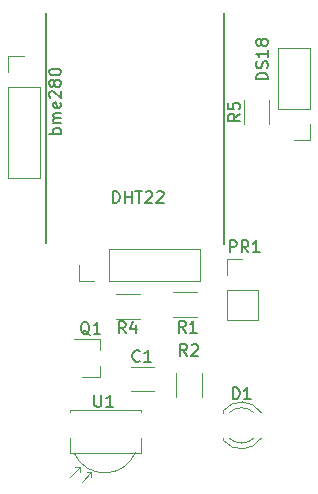
<source format=gto>
G04 #@! TF.FileFunction,Legend,Top*
%FSLAX46Y46*%
G04 Gerber Fmt 4.6, Leading zero omitted, Abs format (unit mm)*
G04 Created by KiCad (PCBNEW 4.0.7) date Sun Jul 15 15:38:45 2018*
%MOMM*%
%LPD*%
G01*
G04 APERTURE LIST*
%ADD10C,0.100000*%
%ADD11C,0.200000*%
%ADD12C,0.120000*%
%ADD13C,0.150000*%
G04 APERTURE END LIST*
D10*
D11*
X190944500Y-82169000D02*
X190944500Y-101727000D01*
X175831500Y-101663500D02*
X175831500Y-82169000D01*
D12*
X183023000Y-114177000D02*
X185023000Y-114177000D01*
X185023000Y-112137000D02*
X183023000Y-112137000D01*
X194077335Y-116015392D02*
G75*
G03X190845000Y-115858484I-1672335J-1078608D01*
G01*
X194077335Y-118172608D02*
G75*
G02X190845000Y-118329516I-1672335J1078608D01*
G01*
X193446130Y-116014163D02*
G75*
G03X191364039Y-116014000I-1041130J-1079837D01*
G01*
X193446130Y-118173837D02*
G75*
G02X191364039Y-118174000I-1041130J1079837D01*
G01*
X190845000Y-115858000D02*
X190845000Y-116014000D01*
X190845000Y-118174000D02*
X190845000Y-118330000D01*
X180401500Y-112959000D02*
X180401500Y-112029000D01*
X180401500Y-109799000D02*
X180401500Y-110729000D01*
X180401500Y-109799000D02*
X178241500Y-109799000D01*
X180401500Y-112959000D02*
X178941500Y-112959000D01*
X186642500Y-105800500D02*
X188642500Y-105800500D01*
X188642500Y-107940500D02*
X186642500Y-107940500D01*
X189030000Y-112665000D02*
X189030000Y-114665000D01*
X186890000Y-114665000D02*
X186890000Y-112665000D01*
X191138500Y-105600500D02*
X191138500Y-108200500D01*
X191138500Y-108200500D02*
X193798500Y-108200500D01*
X193798500Y-108200500D02*
X193798500Y-105600500D01*
X193798500Y-105600500D02*
X191138500Y-105600500D01*
X191138500Y-104330500D02*
X191138500Y-103000500D01*
X191138500Y-103000500D02*
X192468500Y-103000500D01*
X183816500Y-108067500D02*
X181816500Y-108067500D01*
X181816500Y-105927500D02*
X183816500Y-105927500D01*
X183881000Y-119394000D02*
X183881000Y-118194000D01*
X183881000Y-115794000D02*
X183881000Y-115994000D01*
X177881000Y-115794000D02*
X177881000Y-115994000D01*
X183881000Y-119394000D02*
X177881000Y-119394000D01*
X177881000Y-119394000D02*
X177881000Y-118194000D01*
X183881000Y-115794000D02*
X177881000Y-115794000D01*
X178701000Y-120644000D02*
X178301000Y-120644000D01*
X178701000Y-120644000D02*
X178701000Y-121044000D01*
X178701000Y-120644000D02*
X177901000Y-121444000D01*
X179701000Y-121044000D02*
X178901000Y-121844000D01*
X179701000Y-121044000D02*
X179701000Y-121444000D01*
X179701000Y-121044000D02*
X179301000Y-121044000D01*
X178243315Y-119445321D02*
G75*
G03X183421000Y-119394000I2577685J1151321D01*
G01*
X194745000Y-89551000D02*
X194745000Y-91551000D01*
X192605000Y-91551000D02*
X192605000Y-89551000D01*
X172660000Y-96135500D02*
X175320000Y-96135500D01*
X172660000Y-88455500D02*
X172660000Y-96135500D01*
X175320000Y-88455500D02*
X175320000Y-96135500D01*
X172660000Y-88455500D02*
X175320000Y-88455500D01*
X172660000Y-87185500D02*
X172660000Y-85855500D01*
X172660000Y-85855500D02*
X173990000Y-85855500D01*
X181229000Y-104835000D02*
X188909000Y-104835000D01*
X188909000Y-104835000D02*
X188909000Y-102175000D01*
X188909000Y-102175000D02*
X181229000Y-102175000D01*
X181229000Y-102175000D02*
X181229000Y-104835000D01*
X179959000Y-104835000D02*
X178629000Y-104835000D01*
X178629000Y-104835000D02*
X178629000Y-103505000D01*
X198180000Y-90297000D02*
X198180000Y-85157000D01*
X198180000Y-85157000D02*
X195520000Y-85157000D01*
X195520000Y-85157000D02*
X195520000Y-90297000D01*
X195520000Y-90297000D02*
X198180000Y-90297000D01*
X198180000Y-91567000D02*
X198180000Y-92897000D01*
X198180000Y-92897000D02*
X196850000Y-92897000D01*
D13*
X183792834Y-111609143D02*
X183745215Y-111656762D01*
X183602358Y-111704381D01*
X183507120Y-111704381D01*
X183364262Y-111656762D01*
X183269024Y-111561524D01*
X183221405Y-111466286D01*
X183173786Y-111275810D01*
X183173786Y-111132952D01*
X183221405Y-110942476D01*
X183269024Y-110847238D01*
X183364262Y-110752000D01*
X183507120Y-110704381D01*
X183602358Y-110704381D01*
X183745215Y-110752000D01*
X183792834Y-110799619D01*
X184745215Y-111704381D02*
X184173786Y-111704381D01*
X184459500Y-111704381D02*
X184459500Y-110704381D01*
X184364262Y-110847238D01*
X184269024Y-110942476D01*
X184173786Y-110990095D01*
X191666905Y-114879381D02*
X191666905Y-113879381D01*
X191905000Y-113879381D01*
X192047858Y-113927000D01*
X192143096Y-114022238D01*
X192190715Y-114117476D01*
X192238334Y-114307952D01*
X192238334Y-114450810D01*
X192190715Y-114641286D01*
X192143096Y-114736524D01*
X192047858Y-114831762D01*
X191905000Y-114879381D01*
X191666905Y-114879381D01*
X193190715Y-114879381D02*
X192619286Y-114879381D01*
X192905000Y-114879381D02*
X192905000Y-113879381D01*
X192809762Y-114022238D01*
X192714524Y-114117476D01*
X192619286Y-114165095D01*
X179546262Y-109426619D02*
X179451024Y-109379000D01*
X179355786Y-109283762D01*
X179212929Y-109140905D01*
X179117690Y-109093286D01*
X179022452Y-109093286D01*
X179070071Y-109331381D02*
X178974833Y-109283762D01*
X178879595Y-109188524D01*
X178831976Y-108998048D01*
X178831976Y-108664714D01*
X178879595Y-108474238D01*
X178974833Y-108379000D01*
X179070071Y-108331381D01*
X179260548Y-108331381D01*
X179355786Y-108379000D01*
X179451024Y-108474238D01*
X179498643Y-108664714D01*
X179498643Y-108998048D01*
X179451024Y-109188524D01*
X179355786Y-109283762D01*
X179260548Y-109331381D01*
X179070071Y-109331381D01*
X180451024Y-109331381D02*
X179879595Y-109331381D01*
X180165309Y-109331381D02*
X180165309Y-108331381D01*
X180070071Y-108474238D01*
X179974833Y-108569476D01*
X179879595Y-108617095D01*
X187666334Y-109227881D02*
X187333000Y-108751690D01*
X187094905Y-109227881D02*
X187094905Y-108227881D01*
X187475858Y-108227881D01*
X187571096Y-108275500D01*
X187618715Y-108323119D01*
X187666334Y-108418357D01*
X187666334Y-108561214D01*
X187618715Y-108656452D01*
X187571096Y-108704071D01*
X187475858Y-108751690D01*
X187094905Y-108751690D01*
X188618715Y-109227881D02*
X188047286Y-109227881D01*
X188333000Y-109227881D02*
X188333000Y-108227881D01*
X188237762Y-108370738D01*
X188142524Y-108465976D01*
X188047286Y-108513595D01*
X187793334Y-111196381D02*
X187460000Y-110720190D01*
X187221905Y-111196381D02*
X187221905Y-110196381D01*
X187602858Y-110196381D01*
X187698096Y-110244000D01*
X187745715Y-110291619D01*
X187793334Y-110386857D01*
X187793334Y-110529714D01*
X187745715Y-110624952D01*
X187698096Y-110672571D01*
X187602858Y-110720190D01*
X187221905Y-110720190D01*
X188174286Y-110291619D02*
X188221905Y-110244000D01*
X188317143Y-110196381D01*
X188555239Y-110196381D01*
X188650477Y-110244000D01*
X188698096Y-110291619D01*
X188745715Y-110386857D01*
X188745715Y-110482095D01*
X188698096Y-110624952D01*
X188126667Y-111196381D01*
X188745715Y-111196381D01*
X191420905Y-102433381D02*
X191420905Y-101433381D01*
X191801858Y-101433381D01*
X191897096Y-101481000D01*
X191944715Y-101528619D01*
X191992334Y-101623857D01*
X191992334Y-101766714D01*
X191944715Y-101861952D01*
X191897096Y-101909571D01*
X191801858Y-101957190D01*
X191420905Y-101957190D01*
X192992334Y-102433381D02*
X192659000Y-101957190D01*
X192420905Y-102433381D02*
X192420905Y-101433381D01*
X192801858Y-101433381D01*
X192897096Y-101481000D01*
X192944715Y-101528619D01*
X192992334Y-101623857D01*
X192992334Y-101766714D01*
X192944715Y-101861952D01*
X192897096Y-101909571D01*
X192801858Y-101957190D01*
X192420905Y-101957190D01*
X193944715Y-102433381D02*
X193373286Y-102433381D01*
X193659000Y-102433381D02*
X193659000Y-101433381D01*
X193563762Y-101576238D01*
X193468524Y-101671476D01*
X193373286Y-101719095D01*
X182586334Y-109291381D02*
X182253000Y-108815190D01*
X182014905Y-109291381D02*
X182014905Y-108291381D01*
X182395858Y-108291381D01*
X182491096Y-108339000D01*
X182538715Y-108386619D01*
X182586334Y-108481857D01*
X182586334Y-108624714D01*
X182538715Y-108719952D01*
X182491096Y-108767571D01*
X182395858Y-108815190D01*
X182014905Y-108815190D01*
X183443477Y-108624714D02*
X183443477Y-109291381D01*
X183205381Y-108243762D02*
X182967286Y-108958048D01*
X183586334Y-108958048D01*
X179959095Y-114514381D02*
X179959095Y-115323905D01*
X180006714Y-115419143D01*
X180054333Y-115466762D01*
X180149571Y-115514381D01*
X180340048Y-115514381D01*
X180435286Y-115466762D01*
X180482905Y-115419143D01*
X180530524Y-115323905D01*
X180530524Y-114514381D01*
X181530524Y-115514381D02*
X180959095Y-115514381D01*
X181244809Y-115514381D02*
X181244809Y-114514381D01*
X181149571Y-114657238D01*
X181054333Y-114752476D01*
X180959095Y-114800095D01*
X192277381Y-90717666D02*
X191801190Y-91051000D01*
X192277381Y-91289095D02*
X191277381Y-91289095D01*
X191277381Y-90908142D01*
X191325000Y-90812904D01*
X191372619Y-90765285D01*
X191467857Y-90717666D01*
X191610714Y-90717666D01*
X191705952Y-90765285D01*
X191753571Y-90812904D01*
X191801190Y-90908142D01*
X191801190Y-91289095D01*
X191277381Y-89812904D02*
X191277381Y-90289095D01*
X191753571Y-90336714D01*
X191705952Y-90289095D01*
X191658333Y-90193857D01*
X191658333Y-89955761D01*
X191705952Y-89860523D01*
X191753571Y-89812904D01*
X191848810Y-89765285D01*
X192086905Y-89765285D01*
X192182143Y-89812904D01*
X192229762Y-89860523D01*
X192277381Y-89955761D01*
X192277381Y-90193857D01*
X192229762Y-90289095D01*
X192182143Y-90336714D01*
X177109381Y-92400095D02*
X176109381Y-92400095D01*
X176490333Y-92400095D02*
X176442714Y-92304857D01*
X176442714Y-92114380D01*
X176490333Y-92019142D01*
X176537952Y-91971523D01*
X176633190Y-91923904D01*
X176918905Y-91923904D01*
X177014143Y-91971523D01*
X177061762Y-92019142D01*
X177109381Y-92114380D01*
X177109381Y-92304857D01*
X177061762Y-92400095D01*
X177109381Y-91495333D02*
X176442714Y-91495333D01*
X176537952Y-91495333D02*
X176490333Y-91447714D01*
X176442714Y-91352476D01*
X176442714Y-91209618D01*
X176490333Y-91114380D01*
X176585571Y-91066761D01*
X177109381Y-91066761D01*
X176585571Y-91066761D02*
X176490333Y-91019142D01*
X176442714Y-90923904D01*
X176442714Y-90781047D01*
X176490333Y-90685809D01*
X176585571Y-90638190D01*
X177109381Y-90638190D01*
X177061762Y-89781047D02*
X177109381Y-89876285D01*
X177109381Y-90066762D01*
X177061762Y-90162000D01*
X176966524Y-90209619D01*
X176585571Y-90209619D01*
X176490333Y-90162000D01*
X176442714Y-90066762D01*
X176442714Y-89876285D01*
X176490333Y-89781047D01*
X176585571Y-89733428D01*
X176680810Y-89733428D01*
X176776048Y-90209619D01*
X176204619Y-89352476D02*
X176157000Y-89304857D01*
X176109381Y-89209619D01*
X176109381Y-88971523D01*
X176157000Y-88876285D01*
X176204619Y-88828666D01*
X176299857Y-88781047D01*
X176395095Y-88781047D01*
X176537952Y-88828666D01*
X177109381Y-89400095D01*
X177109381Y-88781047D01*
X176537952Y-88209619D02*
X176490333Y-88304857D01*
X176442714Y-88352476D01*
X176347476Y-88400095D01*
X176299857Y-88400095D01*
X176204619Y-88352476D01*
X176157000Y-88304857D01*
X176109381Y-88209619D01*
X176109381Y-88019142D01*
X176157000Y-87923904D01*
X176204619Y-87876285D01*
X176299857Y-87828666D01*
X176347476Y-87828666D01*
X176442714Y-87876285D01*
X176490333Y-87923904D01*
X176537952Y-88019142D01*
X176537952Y-88209619D01*
X176585571Y-88304857D01*
X176633190Y-88352476D01*
X176728429Y-88400095D01*
X176918905Y-88400095D01*
X177014143Y-88352476D01*
X177061762Y-88304857D01*
X177109381Y-88209619D01*
X177109381Y-88019142D01*
X177061762Y-87923904D01*
X177014143Y-87876285D01*
X176918905Y-87828666D01*
X176728429Y-87828666D01*
X176633190Y-87876285D01*
X176585571Y-87923904D01*
X176537952Y-88019142D01*
X176109381Y-87209619D02*
X176109381Y-87114380D01*
X176157000Y-87019142D01*
X176204619Y-86971523D01*
X176299857Y-86923904D01*
X176490333Y-86876285D01*
X176728429Y-86876285D01*
X176918905Y-86923904D01*
X177014143Y-86971523D01*
X177061762Y-87019142D01*
X177109381Y-87114380D01*
X177109381Y-87209619D01*
X177061762Y-87304857D01*
X177014143Y-87352476D01*
X176918905Y-87400095D01*
X176728429Y-87447714D01*
X176490333Y-87447714D01*
X176299857Y-87400095D01*
X176204619Y-87352476D01*
X176157000Y-87304857D01*
X176109381Y-87209619D01*
X181522952Y-98242381D02*
X181522952Y-97242381D01*
X181761047Y-97242381D01*
X181903905Y-97290000D01*
X181999143Y-97385238D01*
X182046762Y-97480476D01*
X182094381Y-97670952D01*
X182094381Y-97813810D01*
X182046762Y-98004286D01*
X181999143Y-98099524D01*
X181903905Y-98194762D01*
X181761047Y-98242381D01*
X181522952Y-98242381D01*
X182522952Y-98242381D02*
X182522952Y-97242381D01*
X182522952Y-97718571D02*
X183094381Y-97718571D01*
X183094381Y-98242381D02*
X183094381Y-97242381D01*
X183427714Y-97242381D02*
X183999143Y-97242381D01*
X183713428Y-98242381D02*
X183713428Y-97242381D01*
X184284857Y-97337619D02*
X184332476Y-97290000D01*
X184427714Y-97242381D01*
X184665810Y-97242381D01*
X184761048Y-97290000D01*
X184808667Y-97337619D01*
X184856286Y-97432857D01*
X184856286Y-97528095D01*
X184808667Y-97670952D01*
X184237238Y-98242381D01*
X184856286Y-98242381D01*
X185237238Y-97337619D02*
X185284857Y-97290000D01*
X185380095Y-97242381D01*
X185618191Y-97242381D01*
X185713429Y-97290000D01*
X185761048Y-97337619D01*
X185808667Y-97432857D01*
X185808667Y-97528095D01*
X185761048Y-97670952D01*
X185189619Y-98242381D01*
X185808667Y-98242381D01*
X194635381Y-87796476D02*
X193635381Y-87796476D01*
X193635381Y-87558381D01*
X193683000Y-87415523D01*
X193778238Y-87320285D01*
X193873476Y-87272666D01*
X194063952Y-87225047D01*
X194206810Y-87225047D01*
X194397286Y-87272666D01*
X194492524Y-87320285D01*
X194587762Y-87415523D01*
X194635381Y-87558381D01*
X194635381Y-87796476D01*
X194587762Y-86844095D02*
X194635381Y-86701238D01*
X194635381Y-86463142D01*
X194587762Y-86367904D01*
X194540143Y-86320285D01*
X194444905Y-86272666D01*
X194349667Y-86272666D01*
X194254429Y-86320285D01*
X194206810Y-86367904D01*
X194159190Y-86463142D01*
X194111571Y-86653619D01*
X194063952Y-86748857D01*
X194016333Y-86796476D01*
X193921095Y-86844095D01*
X193825857Y-86844095D01*
X193730619Y-86796476D01*
X193683000Y-86748857D01*
X193635381Y-86653619D01*
X193635381Y-86415523D01*
X193683000Y-86272666D01*
X194635381Y-85320285D02*
X194635381Y-85891714D01*
X194635381Y-85606000D02*
X193635381Y-85606000D01*
X193778238Y-85701238D01*
X193873476Y-85796476D01*
X193921095Y-85891714D01*
X194063952Y-84748857D02*
X194016333Y-84844095D01*
X193968714Y-84891714D01*
X193873476Y-84939333D01*
X193825857Y-84939333D01*
X193730619Y-84891714D01*
X193683000Y-84844095D01*
X193635381Y-84748857D01*
X193635381Y-84558380D01*
X193683000Y-84463142D01*
X193730619Y-84415523D01*
X193825857Y-84367904D01*
X193873476Y-84367904D01*
X193968714Y-84415523D01*
X194016333Y-84463142D01*
X194063952Y-84558380D01*
X194063952Y-84748857D01*
X194111571Y-84844095D01*
X194159190Y-84891714D01*
X194254429Y-84939333D01*
X194444905Y-84939333D01*
X194540143Y-84891714D01*
X194587762Y-84844095D01*
X194635381Y-84748857D01*
X194635381Y-84558380D01*
X194587762Y-84463142D01*
X194540143Y-84415523D01*
X194444905Y-84367904D01*
X194254429Y-84367904D01*
X194159190Y-84415523D01*
X194111571Y-84463142D01*
X194063952Y-84558380D01*
M02*

</source>
